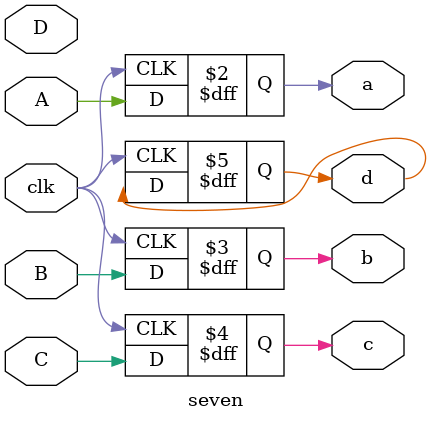
<source format=v>
module seven(
    input  wire clk,
    input wire A,
    input wire B,
    input wire C,
    input wire D,
    output reg a,
    output reg b,
    output reg c,
    output reg d,
    
);


  
  always @(posedge clk) begin
    a<=A;
    b<=B;
    c<=C;
    d<=d;
               
   end
       
 
endmodule

</source>
